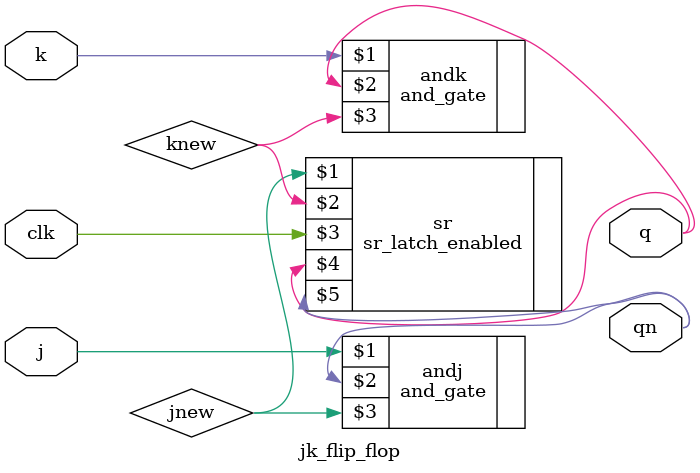
<source format=v>
`timescale 1ns / 1ps


module jk_flip_flop(input j,input k,input clk,output q,output qn);
    wire jnew,knew;
    and_gate andj(j,qn,jnew);
    and_gate andk(k,q,knew);
    
    sr_latch_enabled sr(jnew,knew,clk,q,qn);
endmodule

</source>
